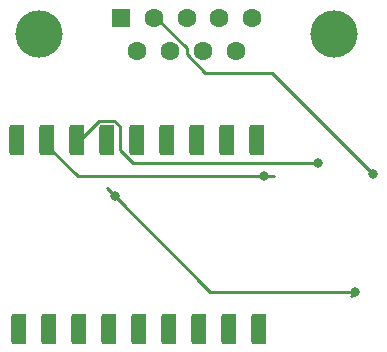
<source format=gbr>
%TF.GenerationSoftware,KiCad,Pcbnew,9.0.6*%
%TF.CreationDate,2025-11-21T12:23:08-05:00*%
%TF.ProjectId,ESP32C6-2,45535033-3243-4362-9d32-2e6b69636164,rev?*%
%TF.SameCoordinates,Original*%
%TF.FileFunction,Copper,L2,Bot*%
%TF.FilePolarity,Positive*%
%FSLAX46Y46*%
G04 Gerber Fmt 4.6, Leading zero omitted, Abs format (unit mm)*
G04 Created by KiCad (PCBNEW 9.0.6) date 2025-11-21 12:23:08*
%MOMM*%
%LPD*%
G01*
G04 APERTURE LIST*
G04 Aperture macros list*
%AMRoundRect*
0 Rectangle with rounded corners*
0 $1 Rounding radius*
0 $2 $3 $4 $5 $6 $7 $8 $9 X,Y pos of 4 corners*
0 Add a 4 corners polygon primitive as box body*
4,1,4,$2,$3,$4,$5,$6,$7,$8,$9,$2,$3,0*
0 Add four circle primitives for the rounded corners*
1,1,$1+$1,$2,$3*
1,1,$1+$1,$4,$5*
1,1,$1+$1,$6,$7*
1,1,$1+$1,$8,$9*
0 Add four rect primitives between the rounded corners*
20,1,$1+$1,$2,$3,$4,$5,0*
20,1,$1+$1,$4,$5,$6,$7,0*
20,1,$1+$1,$6,$7,$8,$9,0*
20,1,$1+$1,$8,$9,$2,$3,0*%
G04 Aperture macros list end*
%TA.AperFunction,ComponentPad*%
%ADD10RoundRect,0.190500X0.444500X-1.079500X0.444500X1.079500X-0.444500X1.079500X-0.444500X-1.079500X0*%
%TD*%
%TA.AperFunction,ComponentPad*%
%ADD11C,4.000000*%
%TD*%
%TA.AperFunction,ComponentPad*%
%ADD12R,1.600000X1.600000*%
%TD*%
%TA.AperFunction,ComponentPad*%
%ADD13C,1.600000*%
%TD*%
%TA.AperFunction,ViaPad*%
%ADD14C,0.800000*%
%TD*%
%TA.AperFunction,Conductor*%
%ADD15C,0.250000*%
%TD*%
G04 APERTURE END LIST*
D10*
%TO.P,U1,1,GPIO0/A0/D0*%
%TO.N,unconnected-(U1-GPIO0{slash}A0{slash}D0-Pad1)*%
X118960000Y-78500000D03*
%TO.P,U1,2,GPIO1/A1/D1*%
%TO.N,unconnected-(U1-GPIO1{slash}A1{slash}D1-Pad2)*%
X121500000Y-78500000D03*
%TO.P,U1,3,GPIO2/A2/D2*%
%TO.N,Net-(U1-GPIO2{slash}A2{slash}D2)*%
X124040000Y-78500000D03*
%TO.P,U1,4,GPIO21/D3*%
%TO.N,Net-(U1-GPIO21{slash}D3)*%
X126580000Y-78500000D03*
%TO.P,U1,5,GPIO22/D4/SDA*%
%TO.N,Net-(U1-GPIO22{slash}D4{slash}SDA)*%
X129120000Y-78500000D03*
%TO.P,U1,6,GPIO23/D5/SCL*%
%TO.N,unconnected-(U1-GPIO23{slash}D5{slash}SCL-Pad6)*%
X131660000Y-78500000D03*
%TO.P,U1,7,GPIO16/D6/TX*%
%TO.N,unconnected-(U1-GPIO16{slash}D6{slash}TX-Pad7)*%
X134200000Y-78500000D03*
%TO.P,U1,8,GPIO17/D7/RX*%
%TO.N,unconnected-(U1-GPIO17{slash}D7{slash}RX-Pad8)*%
X136740000Y-78500000D03*
%TO.P,U1,9,GPIO19/D8/SCK*%
%TO.N,unconnected-(U1-GPIO19{slash}D8{slash}SCK-Pad9)*%
X139280000Y-78500000D03*
%TO.P,U1,10,GPIO20/D9/MISO*%
%TO.N,unconnected-(U1-GPIO20{slash}D9{slash}MISO-Pad10)*%
X118780000Y-62500000D03*
%TO.P,U1,11,GPIO18/D10/MOSI*%
%TO.N,Net-(U1-GPIO18{slash}D10{slash}MOSI)*%
X121320000Y-62500000D03*
%TO.P,U1,12,3V3*%
%TO.N,Net-(U1-3V3)*%
X123860000Y-62500000D03*
%TO.P,U1,13,GND*%
%TO.N,Net-(U1-GND)*%
X126400000Y-62500000D03*
%TO.P,U1,14,VBUS*%
%TO.N,unconnected-(U1-VBUS-Pad14)*%
X128940000Y-62500000D03*
%TO.P,U1,15*%
%TO.N,N/C*%
X131480000Y-62500000D03*
%TO.P,U1,16*%
X134020000Y-62500000D03*
%TO.P,U1,17*%
X136560000Y-62500000D03*
%TO.P,U1,18*%
X139100000Y-62500000D03*
%TD*%
D11*
%TO.P,J1,0*%
%TO.N,N/C*%
X145655000Y-53580000D03*
X120655000Y-53580000D03*
D12*
%TO.P,J1,1,1*%
%TO.N,unconnected-(J1-Pad1)*%
X127615000Y-52160000D03*
D13*
%TO.P,J1,2,2*%
%TO.N,Net-(U2-CANL)*%
X130385000Y-52160000D03*
%TO.P,J1,3,3*%
%TO.N,unconnected-(J1-Pad3)*%
X133155000Y-52160000D03*
%TO.P,J1,4,4*%
%TO.N,Net-(U1-GPIO2{slash}A2{slash}D2)*%
X135925000Y-52160000D03*
%TO.P,J1,5,5*%
%TO.N,unconnected-(J1-Pad5)*%
X138695000Y-52160000D03*
%TO.P,J1,6,6*%
%TO.N,unconnected-(J1-Pad6)*%
X129000000Y-55000000D03*
%TO.P,J1,7,7*%
%TO.N,Net-(U2-CANH)*%
X131770000Y-55000000D03*
%TO.P,J1,8,8*%
%TO.N,unconnected-(J1-Pad8)*%
X134540000Y-55000000D03*
%TO.P,J1,9,9*%
%TO.N,unconnected-(J1-Pad9)*%
X137310000Y-55000000D03*
%TD*%
D14*
%TO.N,Net-(U1-GPIO18{slash}D10{slash}MOSI)*%
X139756000Y-65611100D03*
%TO.N,Net-(U2-CANL)*%
X148981700Y-65444700D03*
%TO.N,Net-(U1-GND)*%
X147428300Y-75374900D03*
X127067300Y-67301200D03*
%TO.N,Net-(U1-3V3)*%
X144314900Y-64504600D03*
%TD*%
D15*
%TO.N,Net-(U1-GPIO18{slash}D10{slash}MOSI)*%
X123931100Y-65611100D02*
X121320000Y-63000000D01*
X139756000Y-65611100D02*
X123931100Y-65611100D01*
X139756000Y-65611100D02*
X140533400Y-65611100D01*
X140533400Y-65611100D02*
X139756000Y-65611100D01*
%TO.N,Net-(U2-CANL)*%
X140368100Y-56831100D02*
X148981700Y-65444700D01*
X134739300Y-56831100D02*
X140368100Y-56831100D01*
X133155000Y-55246800D02*
X134739300Y-56831100D01*
X133155000Y-54719800D02*
X133155000Y-55246800D01*
X130595200Y-52160000D02*
X133155000Y-54719800D01*
X130385000Y-52160000D02*
X130595200Y-52160000D01*
X148981700Y-65444700D02*
X148710700Y-65173700D01*
X148710700Y-65173700D02*
X148981700Y-65444700D01*
%TO.N,Net-(U1-GND)*%
X135141000Y-75374900D02*
X147428300Y-75374900D01*
X127067300Y-67301200D02*
X135141000Y-75374900D01*
X127067300Y-67301200D02*
X126400000Y-66633900D01*
X126400000Y-66633900D02*
X127067300Y-67301200D01*
X147428300Y-75374900D02*
X147051400Y-75751800D01*
X147051400Y-75751800D02*
X147428300Y-75374900D01*
%TO.N,Net-(U1-3V3)*%
X128615800Y-64504600D02*
X144314900Y-64504600D01*
X127510800Y-63399600D02*
X128615800Y-64504600D01*
X127510800Y-61348400D02*
X127510800Y-63399600D01*
X127052500Y-60890100D02*
X127510800Y-61348400D01*
X125735200Y-60890100D02*
X127052500Y-60890100D01*
X123860000Y-62765300D02*
X125735200Y-60890100D01*
X123860000Y-63000000D02*
X123860000Y-62765300D01*
X144314900Y-64504600D02*
X144315000Y-64504600D01*
X144315000Y-64504600D02*
X144314900Y-64504600D01*
%TD*%
M02*

</source>
